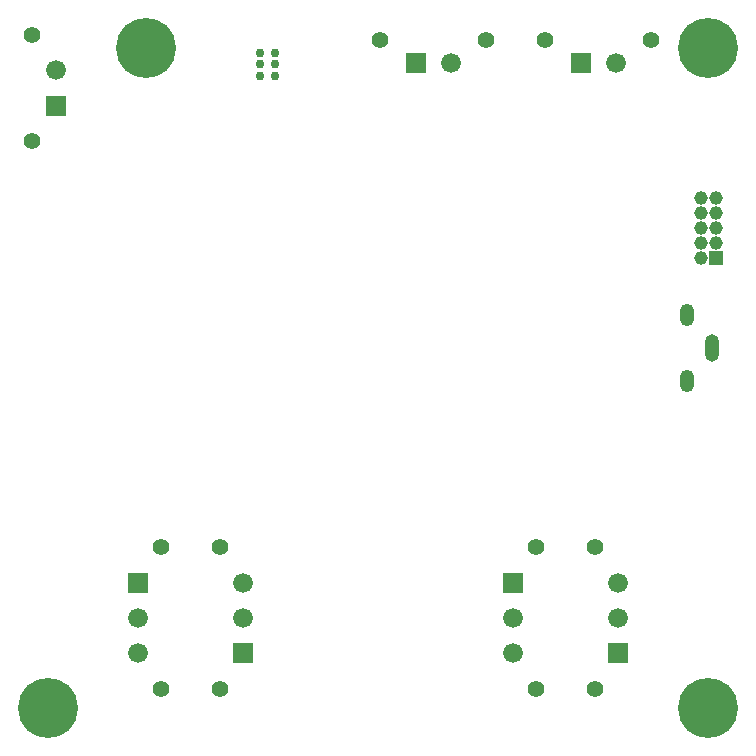
<source format=gbr>
%TF.GenerationSoftware,Altium Limited,Altium Designer,24.5.2 (23)*%
G04 Layer_Color=16711935*
%FSLAX45Y45*%
%MOMM*%
%TF.SameCoordinates,627A3E5C-85DC-498E-B9C8-82595492641C*%
%TF.FilePolarity,Negative*%
%TF.FileFunction,Soldermask,Bot*%
%TF.Part,Single*%
G01*
G75*
%TA.AperFunction,ViaPad*%
%ADD53C,5.08000*%
%TA.AperFunction,ComponentPad*%
%ADD57R,1.15800X1.15800*%
%ADD58C,1.15800*%
%TA.AperFunction,ViaPad*%
%ADD63C,0.76200*%
%TA.AperFunction,ComponentPad*%
%ADD83C,1.67240*%
%ADD84C,1.42240*%
%ADD85R,1.67240X1.67240*%
%ADD86R,1.67240X1.67240*%
%ADD87O,1.22700X2.32700*%
%ADD88O,1.22700X1.92700*%
D53*
X1206500Y5969000D02*
D03*
X5969000D02*
D03*
Y381000D02*
D03*
X381000D02*
D03*
D57*
X6032500Y4191000D02*
D03*
D58*
Y4318000D02*
D03*
Y4572000D02*
D03*
X6032500Y4699000D02*
D03*
X5905501Y4191000D02*
D03*
X5905500Y4318001D02*
D03*
X5905500Y4445000D02*
D03*
X5905500Y4572000D02*
D03*
Y4699000D02*
D03*
X6032500Y4445000D02*
D03*
D63*
X2298700Y5925820D02*
D03*
X2171700Y5732780D02*
D03*
X2298700D02*
D03*
X2171700Y5829300D02*
D03*
X2298700D02*
D03*
X2171700Y5925820D02*
D03*
D83*
X2032000Y1443000D02*
D03*
Y1143000D02*
D03*
X444500Y5778500D02*
D03*
X5189500Y5842000D02*
D03*
X3792500D02*
D03*
X1143000Y1143000D02*
D03*
Y843000D02*
D03*
X4318000Y1143000D02*
D03*
Y843000D02*
D03*
X5207000Y1143000D02*
D03*
Y1443000D02*
D03*
D84*
X1836000Y1743000D02*
D03*
Y543000D02*
D03*
X248500Y5178500D02*
D03*
Y6078500D02*
D03*
X4589500Y6038000D02*
D03*
X5489500Y6038000D02*
D03*
X3192500Y6038000D02*
D03*
X4092500D02*
D03*
X1339000Y1743000D02*
D03*
Y543000D02*
D03*
X4514000Y1743000D02*
D03*
Y543000D02*
D03*
X5011000Y543000D02*
D03*
Y1743000D02*
D03*
D85*
X2032000Y843000D02*
D03*
X444500Y5478500D02*
D03*
X1143000Y1443000D02*
D03*
X4318000D02*
D03*
X5207000Y843000D02*
D03*
D86*
X4889500Y5842000D02*
D03*
X3492500D02*
D03*
D87*
X6006600Y3429000D02*
D03*
D88*
X5791600Y3709000D02*
D03*
Y3149000D02*
D03*
%TF.MD5,3eb0b903a9a1d5c6f67be13f3b009d8c*%
M02*

</source>
